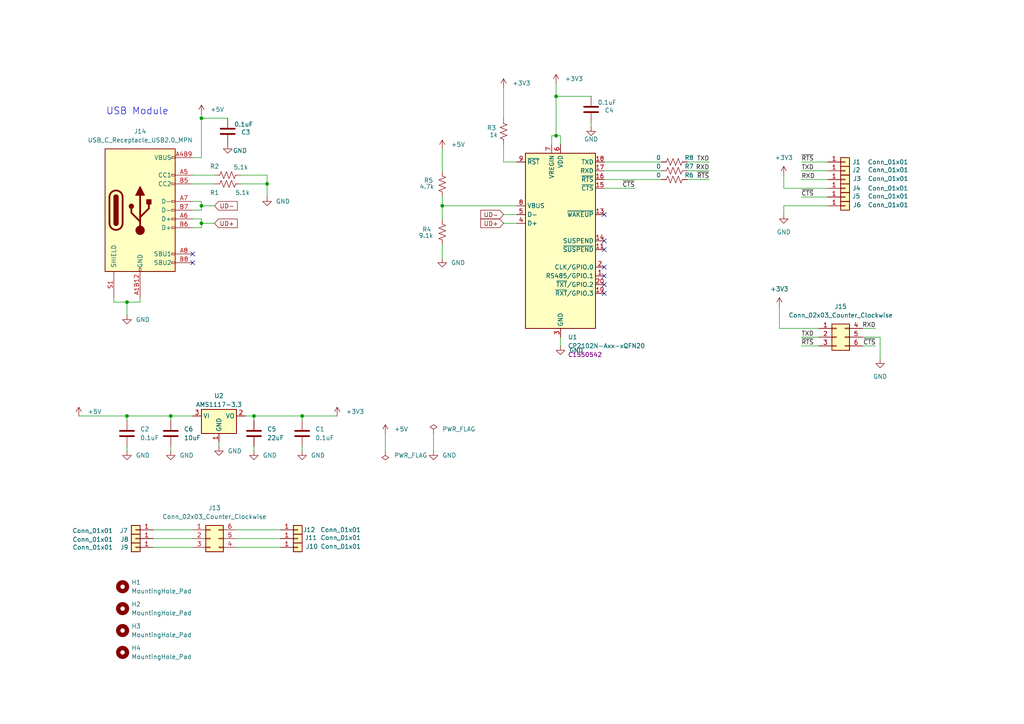
<source format=kicad_sch>
(kicad_sch (version 20250114) (generator "eeschema") (generator_version "9.0")
  (paper "A4")
  (lib_symbols
    (symbol "Connector_Generic:Conn_01x01" (pin_names (offset 1.016) (hide yes))
      (property "Reference" "J" (at 0 2.54 0))
      (property "Value" "Conn_01x01" (at 0 -2.54 0))
      (symbol "Conn_01x01_1_1"
        (rectangle (start -1.27 1.27) (end 1.27 -1.27) (stroke (width 0.254)) (fill (type background)))
        (rectangle (start -1.27 0.127) (end 0 -0.127) (stroke (width 0.1524)))
        (pin passive line (at -5.08 0 0) (length 3.81) (name "Pin_1") (number "1"))
      )
    )
    (symbol "Connector_Generic:Conn_02x03_Counter_Clockwise" (pin_names (offset 1.016) (hide yes))
      (property "Reference" "J" (at 1.27 5.08 0))
      (property "Value" "Conn_02x03_Counter_Clockwise" (at 1.27 -5.08 0))
      (symbol "Conn_02x03_Counter_Clockwise_1_1"
        (rectangle (start -1.27 3.81) (end 3.81 -3.81) (stroke (width 0.254)) (fill (type background)))
        (rectangle (start -1.27 2.667) (end 0 2.413) (stroke (width 0.1524)))
        (rectangle (start -1.27 0.127) (end 0 -0.127) (stroke (width 0.1524)))
        (rectangle (start -1.27 -2.413) (end 0 -2.667) (stroke (width 0.1524)))
        (rectangle (start 3.81 2.667) (end 2.54 2.413) (stroke (width 0.1524)))
        (rectangle (start 3.81 0.127) (end 2.54 -0.127) (stroke (width 0.1524)))
        (rectangle (start 3.81 -2.413) (end 2.54 -2.667) (stroke (width 0.1524)))
        (pin passive line (at -5.08 2.54 0) (length 3.81) (name "Pin_1") (number "1"))
        (pin passive line (at -5.08 0 0) (length 3.81) (name "Pin_2") (number "2"))
        (pin passive line (at -5.08 -2.54 0) (length 3.81) (name "Pin_3") (number "3"))
        (pin passive line (at 7.62 2.54 180) (length 3.81) (name "Pin_6") (number "6"))
        (pin passive line (at 7.62 0 180) (length 3.81) (name "Pin_5") (number "5"))
        (pin passive line (at 7.62 -2.54 180) (length 3.81) (name "Pin_4") (number "4"))
      )
    )
    (symbol "Connector_Generic:Conn_02x03_Top_Bottom" (pin_names (offset 1.016) (hide yes))
      (property "Reference" "J" (at 1.27 5.08 0))
      (property "Value" "Conn_02x03_Top_Bottom" (at 1.27 -5.08 0))
      (symbol "Conn_02x03_Top_Bottom_1_1"
        (rectangle (start -1.27 3.81) (end 3.81 -3.81) (stroke (width 0.254)) (fill (type background)))
        (rectangle (start -1.27 2.667) (end 0 2.413) (stroke (width 0.1524)))
        (rectangle (start -1.27 0.127) (end 0 -0.127) (stroke (width 0.1524)))
        (rectangle (start -1.27 -2.413) (end 0 -2.667) (stroke (width 0.1524)))
        (rectangle (start 3.81 2.667) (end 2.54 2.413) (stroke (width 0.1524)))
        (rectangle (start 3.81 0.127) (end 2.54 -0.127) (stroke (width 0.1524)))
        (rectangle (start 3.81 -2.413) (end 2.54 -2.667) (stroke (width 0.1524)))
        (pin passive line (at -5.08 2.54 0) (length 3.81) (name "Pin_1") (number "1"))
        (pin passive line (at -5.08 0 0) (length 3.81) (name "Pin_2") (number "2"))
        (pin passive line (at -5.08 -2.54 0) (length 3.81) (name "Pin_3") (number "3"))
        (pin passive line (at 7.62 2.54 180) (length 3.81) (name "Pin_4") (number "4"))
        (pin passive line (at 7.62 0 180) (length 3.81) (name "Pin_5") (number "5"))
        (pin passive line (at 7.62 -2.54 180) (length 3.81) (name "Pin_6") (number "6"))
      )
    )
    (symbol "Device:C" (pin_numbers (hide yes)) (pin_names (offset 0.254))
      (property "Reference" "C" (at 0.635 2.54 0))
      (property "Value" "C" (at 0.635 -2.54 0))
      (symbol "C_0_1"
        (polyline (pts (xy -2.032 0.762) (xy 2.032 0.762)) (stroke (width 0.508)))
        (polyline (pts (xy -2.032 -0.762) (xy 2.032 -0.762)) (stroke (width 0.508)))
      )
      (symbol "C_1_1"
        (pin passive line (at 0 3.81 270) (length 2.794) (name "~") (number "1"))
        (pin passive line (at 0 -3.81 90) (length 2.794) (name "~") (number "2"))
      )
    )
    (symbol "Device:R_US" (pin_numbers (hide yes)) (pin_names (offset 0))
      (property "Reference" "R" (at 2.54 0 90))
      (property "Value" "R_US" (at -2.54 0 90))
      (symbol "R_US_0_1"
        (polyline (pts (xy 0 2.286) (xy 0 2.54)))
        (polyline (pts (xy 0 2.286) (xy 1.016 1.905) (xy 0 1.524) (xy -1.016 1.143) (xy 0 0.762)))
        (polyline (pts (xy 0 0.762) (xy 1.016 0.381) (xy 0 0) (xy -1.016 -0.381) (xy 0 -0.762)))
        (polyline (pts (xy 0 -0.762) (xy 1.016 -1.143) (xy 0 -1.524) (xy -1.016 -1.905) (xy 0 -2.286)))
        (polyline (pts (xy 0 -2.286) (xy 0 -2.54)))
      )
      (symbol "R_US_1_1"
        (pin passive line (at 0 3.81 270) (length 1.27) (name "~") (number "1"))
        (pin passive line (at 0 -3.81 90) (length 1.27) (name "~") (number "2"))
      )
    )
    (symbol "Interface_USB:CP2102N-Axx-xQFN20"
      (property "Reference" "U" (at -8.89 26.67 0))
      (property "Value" "CP2102N-Axx-xQFN20" (at 12.7 26.67 0))
      (symbol "CP2102N-Axx-xQFN20_0_1"
        (rectangle (start -10.16 25.4) (end 10.16 -25.4) (stroke (width 0.254)) (fill (type background)))
      )
      (symbol "CP2102N-Axx-xQFN20_1_1"
        (pin input line (at -12.7 22.86 0) (length 2.54) (name "~{RST}") (number "9"))
        (pin input line (at -12.7 10.16 0) (length 2.54) (name "VBUS") (number "8"))
        (pin bidirectional line (at -12.7 7.62 0) (length 2.54) (name "D-") (number "5"))
        (pin bidirectional line (at -12.7 5.08 0) (length 2.54) (name "D+") (number "4"))
        (pin no_connect line (at -10.16 -22.86 0) (length 2.54) (hide yes) (name "NC") (number "10"))
        (pin power_in line (at -2.54 27.94 270) (length 2.54) (name "VREGIN") (number "7"))
        (pin power_in line (at 0 27.94 270) (length 2.54) (name "VDD") (number "6"))
        (pin passive line (at 0 -27.94 90) (length 2.54) (hide yes) (name "GND") (number "12"))
        (pin passive line (at 0 -27.94 90) (length 2.54) (hide yes) (name "GND") (number "21"))
        (pin power_in line (at 0 -27.94 90) (length 2.54) (name "GND") (number "3"))
        (pin output line (at 12.7 22.86 180) (length 2.54) (name "TXD") (number "18"))
        (pin input line (at 12.7 20.32 180) (length 2.54) (name "RXD") (number "17"))
        (pin output line (at 12.7 17.78 180) (length 2.54) (name "~{RTS}") (number "16"))
        (pin input line (at 12.7 15.24 180) (length 2.54) (name "~{CTS}") (number "15"))
        (pin input line (at 12.7 7.62 180) (length 2.54) (name "~{WAKEUP}") (number "13"))
        (pin output line (at 12.7 0 180) (length 2.54) (name "SUSPEND") (number "14"))
        (pin output line (at 12.7 -2.54 180) (length 2.54) (name "~{SUSPEND}") (number "11"))
        (pin bidirectional line (at 12.7 -7.62 180) (length 2.54) (name "CLK/GPIO.0") (number "2"))
        (pin bidirectional line (at 12.7 -10.16 180) (length 2.54) (name "RS485/GPIO.1") (number "1"))
        (pin bidirectional line (at 12.7 -12.7 180) (length 2.54) (name "~{TXT}/GPIO.2") (number "20"))
        (pin bidirectional line (at 12.7 -15.24 180) (length 2.54) (name "~{RXT}/GPIO.3") (number "19"))
      )
    )
    (symbol "Mechanical:MountingHole" (pin_names (offset 1.016)) (exclude_from_sim yes) (in_bom no)
      (property "Reference" "H" (at 0 5.08 0))
      (property "Value" "MountingHole" (at 0 3.175 0))
      (symbol "MountingHole_0_1"
        (circle (center 0 0) (radius 1.27) (stroke (width 1.27)))
      )
    )
    (symbol "Regulator_Linear:AMS1117-3.3"
      (property "Reference" "U" (at -3.81 3.175 0))
      (property "Value" "AMS1117-3.3" (at 0 3.175 0))
      (symbol "AMS1117-3.3_0_1"
        (rectangle (start -5.08 -5.08) (end 5.08 1.905) (stroke (width 0.254)) (fill (type background)))
      )
      (symbol "AMS1117-3.3_1_1"
        (pin power_in line (at -7.62 0 0) (length 2.54) (name "VI") (number "3"))
        (pin power_in line (at 0 -7.62 90) (length 2.54) (name "GND") (number "1"))
        (pin power_out line (at 7.62 0 180) (length 2.54) (name "VO") (number "2"))
      )
    )
    (symbol "connectors:USB_C_Receptacle_USB2.0_MPN" (pin_names (offset 1.016))
      (property "Reference" "J?" (at 0 21.59 0))
      (property "Value" "USB_C_Receptacle_USB2.0_MPN" (at 0 19.05 0))
      (symbol "USB_C_Receptacle_USB2.0_MPN_0_0"
        (rectangle (start -0.254 -17.78) (end 0.254 -16.764))
        (rectangle (start 10.16 15.494) (end 9.144 14.986))
        (rectangle (start 10.16 10.414) (end 9.144 9.906))
        (rectangle (start 10.16 7.874) (end 9.144 7.366))
        (rectangle (start 10.16 2.794) (end 9.144 2.286))
        (rectangle (start 10.16 0.254) (end 9.144 -0.254))
        (rectangle (start 10.16 -2.286) (end 9.144 -2.794))
        (rectangle (start 10.16 -4.826) (end 9.144 -5.334))
        (rectangle (start 10.16 -12.446) (end 9.144 -12.954))
        (rectangle (start 10.16 -14.986) (end 9.144 -15.494))
      )
      (symbol "USB_C_Receptacle_USB2.0_MPN_0_1"
        (rectangle (start -10.16 17.78) (end 10.16 -17.78) (stroke (width 0.254)) (fill (type background)))
        (polyline (pts (xy -8.89 -3.81) (xy -8.89 3.81)) (stroke (width 0.508)))
        (rectangle (start -7.62 -3.81) (end -6.35 3.81) (stroke (width 0.254)) (fill (type outline)))
        (arc (start -7.62 3.81) (mid -6.985 4.4423) (end -6.35 3.81) (stroke (width 0.254)))
        (arc (start -7.62 3.81) (mid -6.985 4.4423) (end -6.35 3.81) (stroke (width 0.254)) (fill (type outline)))
        (arc (start -8.89 3.81) (mid -6.985 5.7067) (end -5.08 3.81) (stroke (width 0.508)))
        (arc (start -5.08 -3.81) (mid -6.985 -5.7067) (end -8.89 -3.81) (stroke (width 0.508)))
        (arc (start -6.35 -3.81) (mid -6.985 -4.4423) (end -7.62 -3.81) (stroke (width 0.254)))
        (arc (start -6.35 -3.81) (mid -6.985 -4.4423) (end -7.62 -3.81) (stroke (width 0.254)) (fill (type outline)))
        (polyline (pts (xy -5.08 3.81) (xy -5.08 -3.81)) (stroke (width 0.508)))
        (circle (center -2.54 1.143) (radius 0.635) (stroke (width 0.254)) (fill (type outline)))
        (polyline (pts (xy -1.27 4.318) (xy 0 6.858) (xy 1.27 4.318) (xy -1.27 4.318)) (stroke (width 0.254)) (fill (type outline)))
        (polyline (pts (xy 0 -2.032) (xy 2.54 0.508) (xy 2.54 1.778)) (stroke (width 0.508)))
        (polyline (pts (xy 0 -3.302) (xy -2.54 -0.762) (xy -2.54 0.508)) (stroke (width 0.508)))
        (polyline (pts (xy 0 -5.842) (xy 0 4.318)) (stroke (width 0.508)))
        (circle (center 0 -5.842) (radius 1.27) (fill (type outline)))
        (rectangle (start 1.905 1.778) (end 3.175 3.048) (stroke (width 0.254)) (fill (type outline)))
      )
      (symbol "USB_C_Receptacle_USB2.0_MPN_1_1"
        (pin passive line (at -7.62 -25.4 90) (length 7.62) (name "SHIELD") (number "S1"))
        (pin passive line (at 0 -25.4 90) (length 7.62) (hide yes) (name "GND") (number "A12B1"))
        (pin passive line (at 0 -25.4 90) (length 7.62) (name "GND") (number "A1B12"))
        (pin passive line (at 15.24 15.24 180) (length 5.08) (name "VBUS") (number "A4B9"))
        (pin passive line (at 15.24 15.24 180) (length 5.08) (hide yes) (name "VBUS") (number "A9B4"))
        (pin bidirectional line (at 15.24 10.16 180) (length 5.08) (name "CC1") (number "A5"))
        (pin bidirectional line (at 15.24 7.62 180) (length 5.08) (name "CC2") (number "B5"))
        (pin bidirectional line (at 15.24 2.54 180) (length 5.08) (name "D-") (number "A7"))
        (pin bidirectional line (at 15.24 0 180) (length 5.08) (name "D-") (number "B7"))
        (pin bidirectional line (at 15.24 -2.54 180) (length 5.08) (name "D+") (number "A6"))
        (pin bidirectional line (at 15.24 -5.08 180) (length 5.08) (name "D+") (number "B6"))
        (pin bidirectional line (at 15.24 -12.7 180) (length 5.08) (name "SBU1") (number "A8"))
        (pin bidirectional line (at 15.24 -15.24 180) (length 5.08) (name "SBU2") (number "B8"))
      )
    )
    (symbol "power:+3V3" (power) (pin_numbers (hide yes)) (pin_names (offset 0) (hide yes))
      (property "Value" "+3V3" (at 0 3.556 0))
      (symbol "+3V3_0_1"
        (polyline (pts (xy -0.762 1.27) (xy 0 2.54)))
        (polyline (pts (xy 0 2.54) (xy 0.762 1.27)))
        (polyline (pts (xy 0 0) (xy 0 2.54)))
      )
      (symbol "+3V3_1_1"
        (pin power_in line (at 0 0 90) (length 0) (name "~") (number "1"))
      )
    )
    (symbol "power:+5V" (power) (pin_numbers (hide yes)) (pin_names (offset 0) (hide yes))
      (property "Value" "+5V" (at 0 3.556 0))
      (symbol "+5V_0_1"
        (polyline (pts (xy -0.762 1.27) (xy 0 2.54)))
        (polyline (pts (xy 0 2.54) (xy 0.762 1.27)))
        (polyline (pts (xy 0 0) (xy 0 2.54)))
      )
      (symbol "+5V_1_1"
        (pin power_in line (at 0 0 90) (length 0) (name "~") (number "1"))
      )
    )
    (symbol "power:GND" (power) (pin_numbers (hide yes)) (pin_names (offset 0) (hide yes))
      (property "Value" "GND" (at 0 -3.81 0))
      (symbol "GND_0_1"
        (polyline (pts (xy 0 0) (xy 0 -1.27) (xy 1.27 -1.27) (xy 0 -2.54) (xy -1.27 -1.27) (xy 0 -1.27)))
      )
      (symbol "GND_1_1"
        (pin power_in line (at 0 0 270) (length 0) (name "~") (number "1"))
      )
    )
    (symbol "power:PWR_FLAG" (power) (pin_numbers (hide yes)) (pin_names (offset 0) (hide yes))
      (property "Value" "PWR_FLAG" (at 0 3.81 0))
      (symbol "PWR_FLAG_0_0"
        (pin power_out line (at 0 0 90) (length 0) (name "~") (number "1"))
      )
      (symbol "PWR_FLAG_0_1"
        (polyline (pts (xy 0 0) (xy 0 1.27) (xy -1.016 1.905) (xy 0 2.54) (xy 1.016 1.905) (xy 0 1.27)))
      )
    )
  )
  (text "USB Module\n" (at 30.734 33.528 0) (effects (font (size 2 2)) (justify left bottom)))
  (junction (at 73.66 120.65))
  (junction (at 58.42 34.29))
  (junction (at 58.42 59.69))
  (junction (at 161.29 27.94))
  (junction (at 58.42 64.77))
  (junction (at 128.27 59.69))
  (junction (at 36.83 87.63))
  (junction (at 87.63 120.65))
  (junction (at 77.47 53.34))
  (junction (at 49.53 120.65))
  (junction (at 161.29 39.37))
  (junction (at 36.83 120.65))
  (no_connect (at 175.26 62.23))
  (no_connect (at 175.26 69.85))
  (no_connect (at 175.26 85.09))
  (no_connect (at 175.26 77.47))
  (no_connect (at 55.88 76.2))
  (no_connect (at 175.26 80.01))
  (no_connect (at 55.88 73.66))
  (no_connect (at 175.26 82.55))
  (no_connect (at 175.26 72.39))
  (wire (pts (xy 232.41 52.07) (xy 240.03 52.07)))
  (wire (pts (xy 44.45 158.75) (xy 55.88 158.75)))
  (wire (pts (xy 58.42 59.69) (xy 58.42 58.42)))
  (wire (pts (xy 160.02 39.37) (xy 161.29 39.37)))
  (wire (pts (xy 128.27 71.12) (xy 128.27 74.93)))
  (wire (pts (xy 55.88 50.8) (xy 62.23 50.8)))
  (wire (pts (xy 240.03 54.61) (xy 227.33 54.61)))
  (wire (pts (xy 33.02 87.63) (xy 36.83 87.63)))
  (wire (pts (xy 58.42 34.29) (xy 66.04 34.29)))
  (wire (pts (xy 240.03 59.69) (xy 227.33 59.69)))
  (wire (pts (xy 58.42 59.69) (xy 62.23 59.69)))
  (wire (pts (xy 146.05 46.99) (xy 146.05 41.91)))
  (wire (pts (xy 36.83 129.54) (xy 36.83 130.81)))
  (wire (pts (xy 146.05 64.77) (xy 149.86 64.77)))
  (wire (pts (xy 58.42 60.96) (xy 58.42 59.69)))
  (wire (pts (xy 36.83 120.65) (xy 36.83 121.92)))
  (wire (pts (xy 81.28 156.21) (xy 68.58 156.21)))
  (wire (pts (xy 22.86 120.65) (xy 36.83 120.65)))
  (wire (pts (xy 36.83 120.65) (xy 49.53 120.65)))
  (wire (pts (xy 199.39 49.53) (xy 205.74 49.53)))
  (wire (pts (xy 87.63 120.65) (xy 87.63 121.92)))
  (wire (pts (xy 171.45 35.56) (xy 171.45 36.83)))
  (wire (pts (xy 63.5 128.27) (xy 63.5 129.54)))
  (wire (pts (xy 128.27 57.15) (xy 128.27 59.69)))
  (wire (pts (xy 55.88 58.42) (xy 58.42 58.42)))
  (wire (pts (xy 69.85 50.8) (xy 77.47 50.8)))
  (wire (pts (xy 44.45 156.21) (xy 55.88 156.21)))
  (wire (pts (xy 73.66 120.65) (xy 87.63 120.65)))
  (wire (pts (xy 125.73 125.73) (xy 125.73 130.81)))
  (wire (pts (xy 62.23 64.77) (xy 58.42 64.77)))
  (wire (pts (xy 161.29 24.13) (xy 161.29 27.94)))
  (wire (pts (xy 227.33 59.69) (xy 227.33 62.23)))
  (wire (pts (xy 55.88 53.34) (xy 62.23 53.34)))
  (wire (pts (xy 255.27 97.79) (xy 255.27 104.14)))
  (wire (pts (xy 161.29 39.37) (xy 162.56 39.37)))
  (wire (pts (xy 49.53 129.54) (xy 49.53 130.81)))
  (wire (pts (xy 175.26 54.61) (xy 184.15 54.61)))
  (wire (pts (xy 77.47 57.15) (xy 77.47 53.34)))
  (wire (pts (xy 232.41 100.33) (xy 237.49 100.33)))
  (wire (pts (xy 250.19 97.79) (xy 255.27 97.79)))
  (wire (pts (xy 36.83 87.63) (xy 36.83 91.44)))
  (wire (pts (xy 58.42 33.02) (xy 58.42 34.29)))
  (wire (pts (xy 49.53 120.65) (xy 49.53 121.92)))
  (wire (pts (xy 111.76 125.73) (xy 111.76 130.81)))
  (wire (pts (xy 162.56 39.37) (xy 162.56 41.91)))
  (wire (pts (xy 58.42 64.77) (xy 58.42 66.04)))
  (wire (pts (xy 160.02 41.91) (xy 160.02 39.37)))
  (wire (pts (xy 161.29 27.94) (xy 161.29 39.37)))
  (wire (pts (xy 128.27 59.69) (xy 149.86 59.69)))
  (wire (pts (xy 175.26 46.99) (xy 191.77 46.99)))
  (wire (pts (xy 128.27 43.18) (xy 128.27 49.53)))
  (wire (pts (xy 149.86 46.99) (xy 146.05 46.99)))
  (wire (pts (xy 161.29 27.94) (xy 171.45 27.94)))
  (wire (pts (xy 73.66 129.54) (xy 73.66 130.81)))
  (wire (pts (xy 175.26 52.07) (xy 191.77 52.07)))
  (wire (pts (xy 226.06 95.25) (xy 237.49 95.25)))
  (wire (pts (xy 87.63 129.54) (xy 87.63 130.81)))
  (wire (pts (xy 44.45 153.67) (xy 55.88 153.67)))
  (wire (pts (xy 55.88 45.72) (xy 58.42 45.72)))
  (wire (pts (xy 73.66 121.92) (xy 73.66 120.65)))
  (wire (pts (xy 162.56 97.79) (xy 162.56 100.33)))
  (wire (pts (xy 199.39 52.07) (xy 205.74 52.07)))
  (wire (pts (xy 232.41 57.15) (xy 240.03 57.15)))
  (wire (pts (xy 33.02 86.36) (xy 33.02 87.63)))
  (wire (pts (xy 36.83 87.63) (xy 40.64 87.63)))
  (wire (pts (xy 146.05 62.23) (xy 149.86 62.23)))
  (wire (pts (xy 250.19 95.25) (xy 254 95.25)))
  (wire (pts (xy 81.28 158.75) (xy 68.58 158.75)))
  (wire (pts (xy 58.42 63.5) (xy 58.42 64.77)))
  (wire (pts (xy 71.12 120.65) (xy 73.66 120.65)))
  (wire (pts (xy 227.33 50.8) (xy 227.33 54.61)))
  (wire (pts (xy 146.05 25.4) (xy 146.05 34.29)))
  (wire (pts (xy 87.63 120.65) (xy 97.79 120.65)))
  (wire (pts (xy 232.41 49.53) (xy 240.03 49.53)))
  (wire (pts (xy 58.42 66.04) (xy 55.88 66.04)))
  (wire (pts (xy 55.88 63.5) (xy 58.42 63.5)))
  (wire (pts (xy 199.39 46.99) (xy 205.74 46.99)))
  (wire (pts (xy 58.42 34.29) (xy 58.42 45.72)))
  (wire (pts (xy 69.85 53.34) (xy 77.47 53.34)))
  (wire (pts (xy 55.88 60.96) (xy 58.42 60.96)))
  (wire (pts (xy 226.06 88.9) (xy 226.06 95.25)))
  (wire (pts (xy 175.26 49.53) (xy 191.77 49.53)))
  (wire (pts (xy 81.28 153.67) (xy 68.58 153.67)))
  (wire (pts (xy 232.41 46.99) (xy 240.03 46.99)))
  (wire (pts (xy 40.64 86.36) (xy 40.64 87.63)))
  (wire (pts (xy 128.27 59.69) (xy 128.27 63.5)))
  (wire (pts (xy 232.41 97.79) (xy 237.49 97.79)))
  (wire (pts (xy 250.19 100.33) (xy 254 100.33)))
  (wire (pts (xy 49.53 120.65) (xy 55.88 120.65)))
  (wire (pts (xy 77.47 50.8) (xy 77.47 53.34)))
  (label "RXD" (at 254 95.25 180))
  (label "~{RTS}" (at 232.41 46.99 0))
  (label "~{RTS}" (at 232.41 100.33 0))
  (label "TXD" (at 232.41 97.79 0))
  (label "~{CTS}" (at 184.15 54.61 180))
  (label "RXD" (at 205.74 49.53 180))
  (label "~{RTS}" (at 205.74 52.07 180))
  (label "TXD" (at 205.74 46.99 180))
  (label "~{CTS}" (at 232.41 57.15 0))
  (label "TXD" (at 232.41 49.53 0))
  (label "~{CTS}" (at 254 100.33 180))
  (label "RXD" (at 232.41 52.07 0))
  (global_label "UD+" (shape input) (at 62.23 64.77 0) (property "Intersheetrefs" "${INTERSHEET_REFS}" (effects (hide yes))))
  (global_label "UD-" (shape input) (at 62.23 59.69 0) (property "Intersheetrefs" "${INTERSHEET_REFS}" (effects (hide yes))))
  (global_label "UD+" (shape input) (at 146.05 64.77 180) (property "Intersheetrefs" "${INTERSHEET_REFS}" (effects (hide yes))))
  (global_label "UD-" (shape input) (at 146.05 62.23 180) (property "Intersheetrefs" "${INTERSHEET_REFS}" (effects (hide yes))))
  (symbol (lib_id "Mechanical:MountingHole") (at 35.56 189.23 270) (unit 1) (exclude_from_sim yes) (in_bom no)
    (property "Reference" "H4" (at 38.1 187.9599 90) (effects (justify left)))
    (property "Value" "MountingHole_Pad" (at 38.1 190.4999 90) (effects (justify left)))
    (property "Footprint" "MountingHole:MountingHole_3.2mm_M3" (effects (hide yes)))
    (property "Description" "Mounting Hole without connection" (effects (hide yes)))
  )
  (symbol (lib_id "power:GND") (at 36.83 91.44 0) (unit 1)
    (property "Reference" "#PWR025" (effects (hide yes)))
    (property "Value" "GND" (at 39.37 92.7099 0) (effects (justify left)))
    (property "Description" "Power symbol creates a global label with name \"GND\" , ground" (effects (hide yes)))
  )
  (symbol (lib_id "Connector_Generic:Conn_01x01") (at 86.36 153.67 0) (unit 1)
    (property "Reference" "J12" (at 89.662 153.67 0))
    (property "Value" "Conn_01x01" (at 98.806 153.67 0))
    (property "Footprint" "TestPoint:TestPoint_Pad_D2.0mm" (effects (hide yes)))
    (property "Description" "Generic connector, single row, 01x01, script generated (kicad-library-utils/schlib/autogen/connector/)" (effects (hide yes)))
  )
  (symbol (lib_id "power:+3V3") (at 226.06 88.9 0) (unit 1)
    (property "Reference" "#PWR0115" (effects (hide yes)))
    (property "Value" "+3V3" (at 226.06 83.82 0))
    (property "Description" "Power symbol creates a global label with name \"+3V3\"" (effects (hide yes)))
  )
  (symbol (lib_id "power:GND") (at 73.66 130.81 0) (unit 1)
    (property "Reference" "#PWR09" (effects (hide yes)))
    (property "Value" "GND" (at 76.2 132.0799 0) (effects (justify left)))
    (property "Description" "Power symbol creates a global label with name \"GND\" , ground" (effects (hide yes)))
  )
  (symbol (lib_id "Device:C") (at 66.04 38.1 0) (unit 1)
    (property "Reference" "C3" (at 72.644 38.354 0) (effects (justify right)))
    (property "Value" "0.1uF" (at 73.406 36.068 0) (effects (justify right)))
    (property "Footprint" "Capacitor_SMD:C_0805_2012Metric" (effects (hide yes)))
    (property "Description" "Unpolarized capacitor" (effects (hide yes)))
    (property "LCSC" "C1525" (effects (hide yes)))
  )
  (symbol (lib_id "power:+3V3") (at 97.79 120.65 0) (unit 1)
    (property "Reference" "#PWR011" (effects (hide yes)))
    (property "Value" "+3V3" (at 100.33 119.3799 0) (effects (justify left)))
    (property "Description" "Power symbol creates a global label with name \"+3V3\"" (effects (hide yes)))
  )
  (symbol (lib_id "Connector_Generic:Conn_01x01") (at 245.11 49.53 0) (unit 1)
    (property "Reference" "J2" (at 247.142 49.276 0) (effects (justify left)))
    (property "Value" "Conn_01x01" (at 251.714 49.276 0) (effects (justify left)))
    (property "Footprint" "TestPoint:TestPoint_Pad_D2.0mm" (effects (hide yes)))
    (property "Description" "Generic connector, single row, 01x01, script generated (kicad-library-utils/schlib/autogen/connector/)" (effects (hide yes)))
  )
  (symbol (lib_id "power:GND") (at 162.56 100.33 0) (unit 1)
    (property "Reference" "#PWR0108" (effects (hide yes)))
    (property "Value" "GND" (at 165.1 101.5999 0) (effects (justify left)))
    (property "Description" "Power symbol creates a global label with name \"GND\" , ground" (effects (hide yes)))
  )
  (symbol (lib_id "Connector_Generic:Conn_01x01") (at 245.11 57.15 0) (unit 1)
    (property "Reference" "J5" (at 247.142 56.896 0) (effects (justify left)))
    (property "Value" "Conn_01x01" (at 251.714 56.896 0) (effects (justify left)))
    (property "Footprint" "TestPoint:TestPoint_Pad_D2.0mm" (effects (hide yes)))
    (property "Description" "Generic connector, single row, 01x01, script generated (kicad-library-utils/schlib/autogen/connector/)" (effects (hide yes)))
  )
  (symbol (lib_id "power:GND") (at 36.83 130.81 0) (unit 1)
    (property "Reference" "#PWR06" (effects (hide yes)))
    (property "Value" "GND" (at 39.37 132.0799 0) (effects (justify left)))
    (property "Description" "Power symbol creates a global label with name \"GND\" , ground" (effects (hide yes)))
  )
  (symbol (lib_id "power:+5V") (at 128.27 43.18 0) (unit 1)
    (property "Reference" "#PWR0110" (effects (hide yes)))
    (property "Value" "+5V" (at 130.81 41.9099 0) (effects (justify left)))
    (property "Description" "Power symbol creates a global label with name \"+5V\"" (effects (hide yes)))
  )
  (symbol (lib_id "Device:C") (at 36.83 125.73 0) (unit 1)
    (property "Reference" "C2" (at 40.64 124.4599 0) (effects (justify left)))
    (property "Value" "0.1uF" (at 40.64 126.9999 0) (effects (justify left)))
    (property "Footprint" "Capacitor_SMD:C_0805_2012Metric" (effects (hide yes)))
    (property "Description" "Unpolarized capacitor" (effects (hide yes)))
    (property "LCSC" "C1525" (effects (hide yes)))
  )
  (symbol (lib_id "Regulator_Linear:AMS1117-3.3") (at 63.5 120.65 0) (unit 1)
    (property "Reference" "U2" (at 63.5 114.808 0))
    (property "Value" "AMS1117-3.3" (at 63.5 117.348 0))
    (property "Footprint" "Package_TO_SOT_SMD:SOT-223-3_TabPin2" (effects (hide yes)))
    (property "Datasheet" "http://www.advanced-monolithic.com/pdf/ds1117.pdf" (effects (hide yes)))
    (property "Description" "1A Low Dropout regulator, positive, 3.3V fixed output, SOT-223" (effects (hide yes)))
    (property "LCSC" "C94058" (effects (hide yes)))
  )
  (symbol (lib_id "power:+5V") (at 58.42 33.02 0) (unit 1)
    (property "Reference" "#PWR026" (effects (hide yes)))
    (property "Value" "+5V" (at 60.96 31.7499 0) (effects (justify left)))
    (property "Description" "Power symbol creates a global label with name \"+5V\"" (effects (hide yes)))
  )
  (symbol (lib_id "Device:R_US") (at 66.04 50.8 270) (unit 1)
    (property "Reference" "R2" (at 62.23 48.26 90))
    (property "Value" "5.1k" (at 69.85 48.514 90))
    (property "Footprint" "Resistor_SMD:R_0805_2012Metric" (effects (hide yes)))
    (property "Description" "Resistor, US symbol" (effects (hide yes)))
    (property "LCSC" "C25905" (effects (hide yes)))
  )
  (symbol (lib_id "Mechanical:MountingHole") (at 35.56 170.18 270) (unit 1) (exclude_from_sim yes) (in_bom no)
    (property "Reference" "H1" (at 38.1 168.9099 90) (effects (justify left)))
    (property "Value" "MountingHole_Pad" (at 38.1 171.4499 90) (effects (justify left)))
    (property "Footprint" "MountingHole:MountingHole_3.2mm_M3" (effects (hide yes)))
    (property "Description" "Mounting Hole without connection" (effects (hide yes)))
  )
  (symbol (lib_id "power:GND") (at 77.47 57.15 0) (unit 1)
    (property "Reference" "#PWR029" (effects (hide yes)))
    (property "Value" "GND" (at 80.01 58.4199 0) (effects (justify left)))
    (property "Description" "Power symbol creates a global label with name \"GND\" , ground" (effects (hide yes)))
  )
  (symbol (lib_id "power:GND") (at 125.73 130.81 0) (mirror y) (unit 1)
    (property "Reference" "#PWR037" (effects (hide yes)))
    (property "Value" "GND" (at 128.27 132.0799 0) (effects (justify right)))
    (property "Description" "Power symbol creates a global label with name \"GND\" , ground" (effects (hide yes)))
  )
  (symbol (lib_id "Device:C") (at 73.66 125.73 0) (unit 1)
    (property "Reference" "C5" (at 77.47 124.4599 0) (effects (justify left)))
    (property "Value" "22uF" (at 77.47 126.9999 0) (effects (justify left)))
    (property "Footprint" "Capacitor_SMD:C_0805_2012Metric" (effects (hide yes)))
    (property "Description" "Unpolarized capacitor" (effects (hide yes)))
    (property "LCSC" "C59461" (effects (hide yes)))
  )
  (symbol (lib_id "Device:C") (at 87.63 125.73 0) (unit 1)
    (property "Reference" "C1" (at 91.44 124.4599 0) (effects (justify left)))
    (property "Value" "0.1uF" (at 91.44 126.9999 0) (effects (justify left)))
    (property "Footprint" "Capacitor_SMD:C_0805_2012Metric" (effects (hide yes)))
    (property "Description" "Unpolarized capacitor" (effects (hide yes)))
    (property "LCSC" "C1525" (effects (hide yes)))
  )
  (symbol (lib_id "power:+3V3") (at 227.33 50.8 0) (unit 1)
    (property "Reference" "#PWR0111" (effects (hide yes)))
    (property "Value" "+3V3" (at 227.33 45.72 0))
    (property "Description" "Power symbol creates a global label with name \"+3V3\"" (effects (hide yes)))
  )
  (symbol (lib_id "Mechanical:MountingHole") (at 35.56 176.53 270) (unit 1) (exclude_from_sim yes) (in_bom no)
    (property "Reference" "H2" (at 38.1 175.2599 90) (effects (justify left)))
    (property "Value" "MountingHole_Pad" (at 38.1 177.7999 90) (effects (justify left)))
    (property "Footprint" "MountingHole:MountingHole_3.2mm_M3" (effects (hide yes)))
    (property "Description" "Mounting Hole without connection" (effects (hide yes)))
  )
  (symbol (lib_id "power:GND") (at 171.45 36.83 0) (unit 1)
    (property "Reference" "#PWR031" (effects (hide yes)))
    (property "Value" "GND" (at 171.45 40.386 0))
    (property "Description" "Power symbol creates a global label with name \"GND\" , ground" (effects (hide yes)))
  )
  (symbol (lib_id "Device:R_US") (at 195.58 46.99 90) (unit 1)
    (property "Reference" "R8" (at 199.898 45.72 90))
    (property "Value" "0" (at 191.008 45.72 90))
    (property "Footprint" "Resistor_SMD:R_0805_2012Metric" (effects (hide yes)))
    (property "Description" "Resistor, US symbol" (effects (hide yes)))
  )
  (symbol (lib_id "power:PWR_FLAG") (at 125.73 125.73 0) (unit 1)
    (property "Reference" "#FLG04" (effects (hide yes)))
    (property "Value" "PWR_FLAG" (at 128.27 124.4599 0) (effects (justify left)))
    (property "Description" "Special symbol for telling ERC where power comes from" (effects (hide yes)))
  )
  (symbol (lib_id "Connector_Generic:Conn_02x03_Top_Bottom") (at 242.57 97.79 0) (unit 1)
    (property "Reference" "J15" (at 243.84 88.9 0))
    (property "Value" "Conn_02x03_Counter_Clockwise" (at 243.84 91.44 0))
    (property "Footprint" "Connector_PinHeader_2.54mm:PinHeader_2x03_P2.54mm_Vertical" (effects (hide yes)))
    (property "Description" "Generic connector, double row, 02x03, top/bottom pin numbering scheme (row 1: 1...pins_per_row, row2: pins_per_row+1 ... num_pins), script generated (kicad-library-utils/schlib/autogen/connector/)" (effects (hide yes)))
  )
  (symbol (lib_id "power:+5V") (at 111.76 125.73 0) (unit 1)
    (property "Reference" "#PWR040" (effects (hide yes)))
    (property "Value" "+5V" (at 114.3 124.4599 0) (effects (justify left)))
    (property "Description" "Power symbol creates a global label with name \"+5V\"" (effects (hide yes)))
  )
  (symbol (lib_id "power:GND") (at 87.63 130.81 0) (unit 1)
    (property "Reference" "#PWR010" (effects (hide yes)))
    (property "Value" "GND" (at 90.17 132.0799 0) (effects (justify left)))
    (property "Description" "Power symbol creates a global label with name \"GND\" , ground" (effects (hide yes)))
  )
  (symbol (lib_id "power:GND") (at 66.04 41.91 0) (unit 1)
    (property "Reference" "#PWR028" (effects (hide yes)))
    (property "Value" "GND" (at 69.596 43.688 0))
    (property "Description" "Power symbol creates a global label with name \"GND\" , ground" (effects (hide yes)))
  )
  (symbol (lib_id "Mechanical:MountingHole") (at 35.56 182.88 270) (unit 1) (exclude_from_sim yes) (in_bom no)
    (property "Reference" "H3" (at 38.1 181.6099 90) (effects (justify left)))
    (property "Value" "MountingHole_Pad" (at 38.1 184.1499 90) (effects (justify left)))
    (property "Footprint" "MountingHole:MountingHole_3.2mm_M3" (effects (hide yes)))
    (property "Description" "Mounting Hole without connection" (effects (hide yes)))
  )
  (symbol (lib_id "Connector_Generic:Conn_01x01") (at 86.36 158.75 0) (unit 1)
    (property "Reference" "J10" (at 88.646 158.496 0) (effects (justify left)))
    (property "Value" "Conn_01x01" (at 92.964 158.496 0) (effects (justify left)))
    (property "Footprint" "TestPoint:TestPoint_Pad_D2.0mm" (effects (hide yes)))
    (property "Description" "Generic connector, single row, 01x01, script generated (kicad-library-utils/schlib/autogen/connector/)" (effects (hide yes)))
  )
  (symbol (lib_id "Device:R_US") (at 66.04 53.34 270) (unit 1)
    (property "Reference" "R1" (at 62.23 55.88 90))
    (property "Value" "5.1k" (at 70.358 55.88 90))
    (property "Footprint" "Resistor_SMD:R_0805_2012Metric" (effects (hide yes)))
    (property "Description" "Resistor, US symbol" (effects (hide yes)))
    (property "LCSC" "C25905" (effects (hide yes)))
  )
  (symbol (lib_id "power:GND") (at 128.27 74.93 0) (unit 1)
    (property "Reference" "#PWR0109" (effects (hide yes)))
    (property "Value" "GND" (at 130.81 76.1999 0) (effects (justify left)))
    (property "Description" "Power symbol creates a global label with name \"GND\" , ground" (effects (hide yes)))
  )
  (symbol (lib_id "power:+3V3") (at 146.05 25.4 0) (unit 1)
    (property "Reference" "#PWR0107" (effects (hide yes)))
    (property "Value" "+3V3" (at 148.59 24.1299 0) (effects (justify left)))
    (property "Description" "Power symbol creates a global label with name \"+3V3\"" (effects (hide yes)))
  )
  (symbol (lib_id "power:+3V3") (at 161.29 24.13 0) (unit 1)
    (property "Reference" "#PWR0106" (effects (hide yes)))
    (property "Value" "+3V3" (at 163.83 22.8599 0) (effects (justify left)))
    (property "Description" "Power symbol creates a global label with name \"+3V3\"" (effects (hide yes)))
  )
  (symbol (lib_id "Device:C") (at 171.45 31.75 0) (unit 1)
    (property "Reference" "C4" (at 178.054 32.004 0) (effects (justify right)))
    (property "Value" "0.1uF" (at 178.816 29.718 0) (effects (justify right)))
    (property "Footprint" "Capacitor_SMD:C_0805_2012Metric" (effects (hide yes)))
    (property "Description" "Unpolarized capacitor" (effects (hide yes)))
    (property "LCSC" "C1525" (effects (hide yes)))
  )
  (symbol (lib_id "connectors:USB_C_Receptacle_USB2.0_MPN") (at 40.64 60.96 0) (unit 1)
    (property "Reference" "J14" (at 40.64 38.1 0))
    (property "Value" "USB_C_Receptacle_USB2.0_MPN" (at 40.64 40.64 0))
    (property "Footprint" "connectors:USB-C-YTC-TC16S-23" (effects (hide yes)))
    (property "Datasheet" "https://www.usb.org/sites/default/files/documents/usb_type-c.zip" (effects (hide yes)))
    (property "Description" "USB 2.0-only Type-C Receptacle connector" (effects (hide yes)))
    (property "LCSC" "C393939" (effects (hide yes)))
  )
  (symbol (lib_id "Interface_USB:CP2102N-Axx-xQFN20") (at 162.56 69.85 0) (unit 1)
    (property "Reference" "U1" (at 164.7033 97.79 0) (effects (justify left)))
    (property "Value" "CP2102N-Axx-xQFN20" (at 164.7033 100.33 0) (effects (justify left)))
    (property "Footprint" "Package_DFN_QFN:SiliconLabs_QFN-20-1EP_3x3mm_P0.5mm_EP1.8x1.8mm" (effects (hide yes)))
    (property "Datasheet" "https://www.silabs.com/documents/public/data-sheets/cp2102n-datasheet.pdf" (effects (hide yes)))
    (property "Description" "USB to UART master bridge, QFN-20" (effects (hide yes)))
    (property "LCSC" "C1550542" (at 164.7033 102.87 0) (effects (justify left)))
  )
  (symbol (lib_id "Connector_Generic:Conn_01x01") (at 245.11 54.61 0) (unit 1)
    (property "Reference" "J4" (at 248.412 54.61 0))
    (property "Value" "Conn_01x01" (at 257.556 54.61 0))
    (property "Footprint" "TestPoint:TestPoint_Pad_D2.0mm" (effects (hide yes)))
    (property "Description" "Generic connector, single row, 01x01, script generated (kicad-library-utils/schlib/autogen/connector/)" (effects (hide yes)))
  )
  (symbol (lib_id "Connector_Generic:Conn_01x01") (at 86.36 156.21 0) (unit 1)
    (property "Reference" "J11" (at 88.392 155.956 0) (effects (justify left)))
    (property "Value" "Conn_01x01" (at 92.964 155.956 0) (effects (justify left)))
    (property "Footprint" "TestPoint:TestPoint_Pad_D2.0mm" (effects (hide yes)))
    (property "Description" "Generic connector, single row, 01x01, script generated (kicad-library-utils/schlib/autogen/connector/)" (effects (hide yes)))
  )
  (symbol (lib_id "Connector_Generic:Conn_01x01") (at 39.37 153.67 180) (unit 1)
    (property "Reference" "J7" (at 37.084 153.924 0) (effects (justify left)))
    (property "Value" "Conn_01x01" (at 32.766 153.924 0) (effects (justify left)))
    (property "Footprint" "TestPoint:TestPoint_Pad_D2.0mm" (effects (hide yes)))
    (property "Description" "Generic connector, single row, 01x01, script generated (kicad-library-utils/schlib/autogen/connector/)" (effects (hide yes)))
  )
  (symbol (lib_id "Connector_Generic:Conn_01x01") (at 245.11 59.69 0) (unit 1)
    (property "Reference" "J6" (at 247.396 59.436 0) (effects (justify left)))
    (property "Value" "Conn_01x01" (at 251.714 59.436 0) (effects (justify left)))
    (property "Footprint" "TestPoint:TestPoint_Pad_D2.0mm" (effects (hide yes)))
    (property "Description" "Generic connector, single row, 01x01, script generated (kicad-library-utils/schlib/autogen/connector/)" (effects (hide yes)))
  )
  (symbol (lib_id "Device:R_US") (at 128.27 53.34 0) (unit 1)
    (property "Reference" "R5" (at 122.936 52.324 0) (effects (justify left)))
    (property "Value" "4.7k" (at 121.666 54.102 0) (effects (justify left)))
    (property "Footprint" "Resistor_SMD:R_0805_2012Metric" (effects (hide yes)))
    (property "Description" "Resistor, US symbol" (effects (hide yes)))
    (property "LCSC" "C105871" (effects (hide yes)))
  )
  (symbol (lib_id "Device:C") (at 49.53 125.73 0) (unit 1)
    (property "Reference" "C6" (at 53.34 124.4599 0) (effects (justify left)))
    (property "Value" "10uF" (at 53.34 126.9999 0) (effects (justify left)))
    (property "Footprint" "Capacitor_SMD:C_0805_2012Metric" (effects (hide yes)))
    (property "Description" "Unpolarized capacitor" (effects (hide yes)))
    (property "LCSC" "C19702" (effects (hide yes)))
  )
  (symbol (lib_id "Connector_Generic:Conn_01x01") (at 245.11 52.07 0) (unit 1)
    (property "Reference" "J3" (at 247.396 51.816 0) (effects (justify left)))
    (property "Value" "Conn_01x01" (at 251.714 51.816 0) (effects (justify left)))
    (property "Footprint" "TestPoint:TestPoint_Pad_D2.0mm" (effects (hide yes)))
    (property "Description" "Generic connector, single row, 01x01, script generated (kicad-library-utils/schlib/autogen/connector/)" (effects (hide yes)))
  )
  (symbol (lib_id "Device:R_US") (at 128.27 67.31 0) (unit 1)
    (property "Reference" "R4" (at 122.428 66.548 0) (effects (justify left)))
    (property "Value" "9.1k" (at 121.412 68.326 0) (effects (justify left)))
    (property "Footprint" "Resistor_SMD:R_0805_2012Metric" (effects (hide yes)))
    (property "Description" "Resistor, US symbol" (effects (hide yes)))
  )
  (symbol (lib_id "Connector_Generic:Conn_01x01") (at 39.37 156.21 180) (unit 1)
    (property "Reference" "J8" (at 37.338 156.464 0) (effects (justify left)))
    (property "Value" "Conn_01x01" (at 32.766 156.464 0) (effects (justify left)))
    (property "Footprint" "TestPoint:TestPoint_Pad_D2.0mm" (effects (hide yes)))
    (property "Description" "Generic connector, single row, 01x01, script generated (kicad-library-utils/schlib/autogen/connector/)" (effects (hide yes)))
  )
  (symbol (lib_id "Connector_Generic:Conn_01x01") (at 245.11 46.99 0) (unit 1)
    (property "Reference" "J1" (at 248.412 46.99 0))
    (property "Value" "Conn_01x01" (at 257.556 46.99 0))
    (property "Footprint" "TestPoint:TestPoint_Pad_D2.0mm" (effects (hide yes)))
    (property "Description" "Generic connector, single row, 01x01, script generated (kicad-library-utils/schlib/autogen/connector/)" (effects (hide yes)))
  )
  (symbol (lib_id "power:GND") (at 255.27 104.14 0) (unit 1)
    (property "Reference" "#PWR0113" (effects (hide yes)))
    (property "Value" "GND" (at 255.27 109.22 0))
    (property "Description" "Power symbol creates a global label with name \"GND\" , ground" (effects (hide yes)))
  )
  (symbol (lib_id "power:GND") (at 227.33 62.23 0) (unit 1)
    (property "Reference" "#PWR0112" (effects (hide yes)))
    (property "Value" "GND" (at 227.33 67.31 0))
    (property "Description" "Power symbol creates a global label with name \"GND\" , ground" (effects (hide yes)))
  )
  (symbol (lib_id "Device:R_US") (at 195.58 49.53 90) (unit 1)
    (property "Reference" "R7" (at 199.898 48.26 90))
    (property "Value" "0" (at 191.008 48.26 90))
    (property "Footprint" "Resistor_SMD:R_0805_2012Metric" (effects (hide yes)))
    (property "Description" "Resistor, US symbol" (effects (hide yes)))
  )
  (symbol (lib_id "Device:R_US") (at 195.58 52.07 90) (unit 1)
    (property "Reference" "R6" (at 199.898 50.8 90))
    (property "Value" "0" (at 191.008 50.8 90))
    (property "Footprint" "Resistor_SMD:R_0805_2012Metric" (effects (hide yes)))
    (property "Description" "Resistor, US symbol" (effects (hide yes)))
  )
  (symbol (lib_id "power:+5V") (at 22.86 120.65 0) (unit 1)
    (property "Reference" "#PWR05" (effects (hide yes)))
    (property "Value" "+5V" (at 25.4 119.3799 0) (effects (justify left)))
    (property "Description" "Power symbol creates a global label with name \"+5V\"" (effects (hide yes)))
  )
  (symbol (lib_id "power:GND") (at 63.5 129.54 0) (unit 1)
    (property "Reference" "#PWR08" (effects (hide yes)))
    (property "Value" "GND" (at 66.04 130.8099 0) (effects (justify left)))
    (property "Description" "Power symbol creates a global label with name \"GND\" , ground" (effects (hide yes)))
  )
  (symbol (lib_id "power:GND") (at 49.53 130.81 0) (unit 1)
    (property "Reference" "#PWR07" (effects (hide yes)))
    (property "Value" "GND" (at 52.07 132.0799 0) (effects (justify left)))
    (property "Description" "Power symbol creates a global label with name \"GND\" , ground" (effects (hide yes)))
  )
  (symbol (lib_id "Connector_Generic:Conn_02x03_Counter_Clockwise") (at 60.96 156.21 0) (unit 1)
    (property "Reference" "J13" (at 62.23 147.32 0))
    (property "Value" "Conn_02x03_Counter_Clockwise" (at 62.23 149.86 0))
    (property "Footprint" "Connector_PinHeader_2.54mm:PinHeader_2x03_P2.54mm_Vertical" (effects (hide yes)))
    (property "Description" "Generic connector, double row, 02x03, counter clockwise pin numbering scheme (similar to DIP package numbering), script generated (kicad-library-utils/schlib/autogen/connector/)" (effects (hide yes)))
  )
  (symbol (lib_id "Connector_Generic:Conn_01x01") (at 39.37 158.75 180) (unit 1)
    (property "Reference" "J9" (at 36.068 158.75 0))
    (property "Value" "Conn_01x01" (at 26.924 158.75 0))
    (property "Footprint" "TestPoint:TestPoint_Pad_D2.0mm" (effects (hide yes)))
    (property "Description" "Generic connector, single row, 01x01, script generated (kicad-library-utils/schlib/autogen/connector/)" (effects (hide yes)))
  )
  (symbol (lib_id "power:PWR_FLAG") (at 111.76 130.81 180) (unit 1)
    (property "Reference" "#FLG02" (effects (hide yes)))
    (property "Value" "PWR_FLAG" (at 114.3 132.0799 0) (effects (justify right)))
    (property "Description" "Special symbol for telling ERC where power comes from" (effects (hide yes)))
  )
  (symbol (lib_id "Device:R_US") (at 146.05 38.1 0) (unit 1)
    (property "Reference" "R3" (at 141.224 37.084 0) (effects (justify left)))
    (property "Value" "1k" (at 141.986 39.116 0) (effects (justify left)))
    (property "Footprint" "Resistor_SMD:R_0805_2012Metric" (effects (hide yes)))
    (property "Description" "Resistor, US symbol" (effects (hide yes)))
    (property "LCSC" "C11702" (effects (hide yes)))
  )
)
</source>
